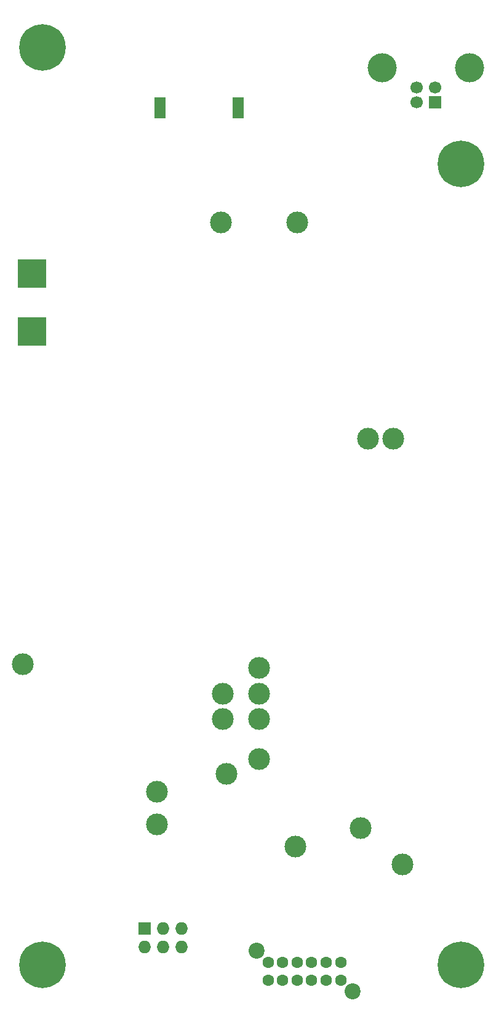
<source format=gbr>
G04 #@! TF.GenerationSoftware,KiCad,Pcbnew,6.0.2+dfsg-1*
G04 #@! TF.CreationDate,2022-12-26T21:57:54-05:00*
G04 #@! TF.ProjectId,RUSP_TestBoard,52555350-5f54-4657-9374-426f6172642e,rev?*
G04 #@! TF.SameCoordinates,Original*
G04 #@! TF.FileFunction,Soldermask,Top*
G04 #@! TF.FilePolarity,Negative*
%FSLAX46Y46*%
G04 Gerber Fmt 4.6, Leading zero omitted, Abs format (unit mm)*
G04 Created by KiCad (PCBNEW 6.0.2+dfsg-1) date 2022-12-26 21:57:54*
%MOMM*%
%LPD*%
G01*
G04 APERTURE LIST*
%ADD10C,3.000000*%
%ADD11C,6.400000*%
%ADD12C,2.200000*%
%ADD13C,1.600000*%
%ADD14R,4.000000X4.000000*%
%ADD15R,1.500000X3.000000*%
%ADD16R,1.727200X1.727200*%
%ADD17O,1.727200X1.727200*%
%ADD18R,1.700000X1.700000*%
%ADD19C,1.700000*%
%ADD20C,4.000000*%
G04 APERTURE END LIST*
D10*
X110250000Y-138250000D03*
X124250000Y-124750000D03*
X139250000Y-89750000D03*
X129250000Y-145750000D03*
D11*
X152000000Y-162000000D03*
D10*
X124250000Y-121250000D03*
D11*
X94500000Y-36000000D03*
D10*
X119250000Y-128250000D03*
D11*
X94500000Y-162000000D03*
D10*
X124250000Y-133750000D03*
X91750000Y-120750000D03*
X124250000Y-128250000D03*
D12*
X123900000Y-160112500D03*
X137100000Y-165712500D03*
D13*
X135500000Y-164162500D03*
X133500000Y-164162500D03*
X131500000Y-164162500D03*
X129500000Y-164162500D03*
X127500000Y-164162500D03*
X125500000Y-164162500D03*
X135500000Y-161662500D03*
X133500000Y-161662500D03*
X131500000Y-161662500D03*
X129500000Y-161662500D03*
X127500000Y-161662500D03*
X125500000Y-161662500D03*
D10*
X144000000Y-148250000D03*
D14*
X93000000Y-67000000D03*
D10*
X119250000Y-124750000D03*
D11*
X152000000Y-52000000D03*
D10*
X129500000Y-60000000D03*
X119750000Y-135750000D03*
X119000000Y-60000000D03*
D15*
X110625000Y-44250000D03*
X121375000Y-44250000D03*
D14*
X93000000Y-75000000D03*
D10*
X138250000Y-143250000D03*
X110250000Y-142750000D03*
X142750000Y-89750000D03*
D16*
X108500000Y-157000000D03*
D17*
X108500000Y-159540000D03*
X111040000Y-157000000D03*
X111040000Y-159540000D03*
X113580000Y-157000000D03*
X113580000Y-159540000D03*
D18*
X148480000Y-43510000D03*
D19*
X145980000Y-43510000D03*
X145980000Y-41510000D03*
X148480000Y-41510000D03*
D20*
X153250000Y-38800000D03*
X141210000Y-38800000D03*
M02*

</source>
